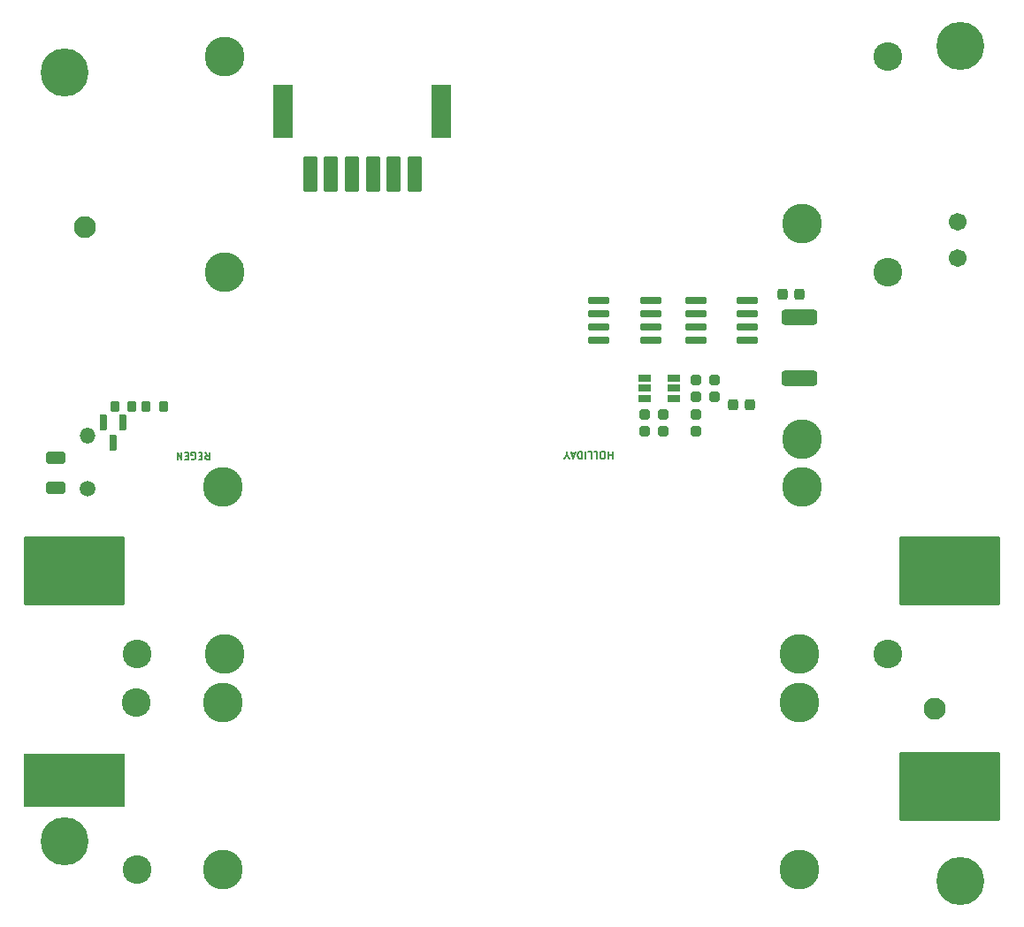
<source format=gts>
%TF.GenerationSoftware,KiCad,Pcbnew,(6.0.5)*%
%TF.CreationDate,2022-07-09T20:35:50-07:00*%
%TF.ProjectId,batteryboard,62617474-6572-4796-926f-6172642e6b69,1.C*%
%TF.SameCoordinates,Original*%
%TF.FileFunction,Soldermask,Top*%
%TF.FilePolarity,Negative*%
%FSLAX46Y46*%
G04 Gerber Fmt 4.6, Leading zero omitted, Abs format (unit mm)*
G04 Created by KiCad (PCBNEW (6.0.5)) date 2022-07-09 20:35:50*
%MOMM*%
%LPD*%
G01*
G04 APERTURE LIST*
G04 Aperture macros list*
%AMRoundRect*
0 Rectangle with rounded corners*
0 $1 Rounding radius*
0 $2 $3 $4 $5 $6 $7 $8 $9 X,Y pos of 4 corners*
0 Add a 4 corners polygon primitive as box body*
4,1,4,$2,$3,$4,$5,$6,$7,$8,$9,$2,$3,0*
0 Add four circle primitives for the rounded corners*
1,1,$1+$1,$2,$3*
1,1,$1+$1,$4,$5*
1,1,$1+$1,$6,$7*
1,1,$1+$1,$8,$9*
0 Add four rect primitives between the rounded corners*
20,1,$1+$1,$2,$3,$4,$5,0*
20,1,$1+$1,$4,$5,$6,$7,0*
20,1,$1+$1,$6,$7,$8,$9,0*
20,1,$1+$1,$8,$9,$2,$3,0*%
G04 Aperture macros list end*
%ADD10C,0.175000*%
%ADD11C,3.810000*%
%ADD12C,2.743200*%
%ADD13RoundRect,0.050800X4.733800X3.238500X-4.733800X3.238500X-4.733800X-3.238500X4.733800X-3.238500X0*%
%ADD14RoundRect,0.050800X4.733800X2.500000X-4.733800X2.500000X-4.733800X-2.500000X4.733800X-2.500000X0*%
%ADD15RoundRect,0.050800X0.500000X-0.300000X0.500000X0.300000X-0.500000X0.300000X-0.500000X-0.300000X0*%
%ADD16RoundRect,0.050800X-4.733800X-3.238500X4.733800X-3.238500X4.733800X3.238500X-4.733800X3.238500X0*%
%ADD17RoundRect,0.269550X-0.256250X0.218750X-0.256250X-0.218750X0.256250X-0.218750X0.256250X0.218750X0*%
%ADD18RoundRect,0.269550X0.218750X0.256250X-0.218750X0.256250X-0.218750X-0.256250X0.218750X-0.256250X0*%
%ADD19RoundRect,0.269550X0.256250X-0.218750X0.256250X0.218750X-0.256250X0.218750X-0.256250X-0.218750X0*%
%ADD20RoundRect,0.200800X-0.825000X-0.150000X0.825000X-0.150000X0.825000X0.150000X-0.825000X0.150000X0*%
%ADD21RoundRect,0.200800X0.825000X0.150000X-0.825000X0.150000X-0.825000X-0.150000X0.825000X-0.150000X0*%
%ADD22RoundRect,0.300800X1.425000X-0.425000X1.425000X0.425000X-1.425000X0.425000X-1.425000X-0.425000X0*%
%ADD23C,2.101600*%
%ADD24C,4.601600*%
%ADD25C,1.701800*%
%ADD26RoundRect,0.050800X0.622300X1.625600X-0.622300X1.625600X-0.622300X-1.625600X0.622300X-1.625600X0*%
%ADD27RoundRect,0.050800X-0.876300X-2.500000X0.876300X-2.500000X0.876300X2.500000X-0.876300X2.500000X0*%
%ADD28RoundRect,0.250800X0.200000X0.275000X-0.200000X0.275000X-0.200000X-0.275000X0.200000X-0.275000X0*%
%ADD29RoundRect,0.300800X-0.625000X0.312500X-0.625000X-0.312500X0.625000X-0.312500X0.625000X0.312500X0*%
%ADD30C,1.501600*%
%ADD31O,1.501600X1.501600*%
%ADD32RoundRect,0.200800X-0.150000X0.587500X-0.150000X-0.587500X0.150000X-0.587500X0.150000X0.587500X0*%
G04 APERTURE END LIST*
D10*
X110741020Y-97757813D02*
X110741020Y-98457813D01*
X110741020Y-98124480D02*
X110341020Y-98124480D01*
X110341020Y-97757813D02*
X110341020Y-98457813D01*
X109874353Y-98457813D02*
X109741020Y-98457813D01*
X109674353Y-98424480D01*
X109607686Y-98357813D01*
X109574353Y-98224480D01*
X109574353Y-97991146D01*
X109607686Y-97857813D01*
X109674353Y-97791146D01*
X109741020Y-97757813D01*
X109874353Y-97757813D01*
X109941020Y-97791146D01*
X110007686Y-97857813D01*
X110041020Y-97991146D01*
X110041020Y-98224480D01*
X110007686Y-98357813D01*
X109941020Y-98424480D01*
X109874353Y-98457813D01*
X108941020Y-97757813D02*
X109274353Y-97757813D01*
X109274353Y-98457813D01*
X108374353Y-97757813D02*
X108707686Y-97757813D01*
X108707686Y-98457813D01*
X108141020Y-97757813D02*
X108141020Y-98457813D01*
X107807686Y-97757813D02*
X107807686Y-98457813D01*
X107641020Y-98457813D01*
X107541020Y-98424480D01*
X107474353Y-98357813D01*
X107441020Y-98291146D01*
X107407686Y-98157813D01*
X107407686Y-98057813D01*
X107441020Y-97924480D01*
X107474353Y-97857813D01*
X107541020Y-97791146D01*
X107641020Y-97757813D01*
X107807686Y-97757813D01*
X107141020Y-97957813D02*
X106807686Y-97957813D01*
X107207686Y-97757813D02*
X106974353Y-98457813D01*
X106741020Y-97757813D01*
X106374353Y-98091146D02*
X106374353Y-97757813D01*
X106607686Y-98457813D02*
X106374353Y-98091146D01*
X106141020Y-98457813D01*
X71732633Y-97816233D02*
X71965966Y-98149566D01*
X72132633Y-97816233D02*
X72132633Y-98516233D01*
X71865966Y-98516233D01*
X71799300Y-98482900D01*
X71765966Y-98449566D01*
X71732633Y-98382900D01*
X71732633Y-98282900D01*
X71765966Y-98216233D01*
X71799300Y-98182900D01*
X71865966Y-98149566D01*
X72132633Y-98149566D01*
X71432633Y-98182900D02*
X71199300Y-98182900D01*
X71099300Y-97816233D02*
X71432633Y-97816233D01*
X71432633Y-98516233D01*
X71099300Y-98516233D01*
X70432633Y-98482900D02*
X70499300Y-98516233D01*
X70599300Y-98516233D01*
X70699300Y-98482900D01*
X70765966Y-98416233D01*
X70799300Y-98349566D01*
X70832633Y-98216233D01*
X70832633Y-98116233D01*
X70799300Y-97982900D01*
X70765966Y-97916233D01*
X70699300Y-97849566D01*
X70599300Y-97816233D01*
X70532633Y-97816233D01*
X70432633Y-97849566D01*
X70399300Y-97882900D01*
X70399300Y-98116233D01*
X70532633Y-98116233D01*
X70099300Y-98182900D02*
X69865966Y-98182900D01*
X69765966Y-97816233D02*
X70099300Y-97816233D01*
X70099300Y-98516233D01*
X69765966Y-98516233D01*
X69465966Y-97816233D02*
X69465966Y-98516233D01*
X69065966Y-97816233D01*
X69065966Y-98516233D01*
D11*
X73393300Y-137845800D03*
X128638300Y-121843800D03*
D12*
X65163700Y-121843800D03*
D13*
X143027400Y-129844800D03*
D14*
X59207400Y-129244800D03*
D15*
X113789000Y-90744000D03*
X113789000Y-91694000D03*
X113789000Y-92644000D03*
X116589000Y-92644000D03*
X116589000Y-91694000D03*
X116589000Y-90744000D03*
D11*
X73621900Y-117195600D03*
D12*
X137096500Y-117195600D03*
D11*
X128866900Y-101193600D03*
D16*
X59232800Y-109194600D03*
X143052800Y-109194600D03*
D17*
X120523000Y-90906500D03*
X120523000Y-92481500D03*
X118745000Y-90906500D03*
X118745000Y-92481500D03*
X115570000Y-94208500D03*
X115570000Y-95783500D03*
D18*
X128613000Y-82677000D03*
X127038000Y-82677000D03*
X123850500Y-93281500D03*
X122275500Y-93281500D03*
D19*
X118745000Y-95783500D03*
X118745000Y-94208500D03*
D20*
X109412000Y-83312000D03*
X109412000Y-84582000D03*
X109412000Y-85852000D03*
X109412000Y-87122000D03*
X114362000Y-87122000D03*
X114362000Y-85852000D03*
X114362000Y-84582000D03*
X114362000Y-83312000D03*
D21*
X123633000Y-87122000D03*
X123633000Y-85852000D03*
X123633000Y-84582000D03*
X123633000Y-83312000D03*
X118683000Y-83312000D03*
X118683000Y-84582000D03*
X118683000Y-85852000D03*
X118683000Y-87122000D03*
D17*
X113792000Y-94208500D03*
X113792000Y-95783500D03*
D22*
X128587500Y-90720500D03*
X128587500Y-84920500D03*
D23*
X141592300Y-122389900D03*
X60185300Y-76288900D03*
D24*
X144010300Y-138899900D03*
X58280300Y-61429900D03*
X58280300Y-135089900D03*
X144010300Y-58889900D03*
D25*
X143764000Y-79248001D03*
X143764000Y-75747998D03*
D26*
X81776301Y-71208900D03*
X83776302Y-71208900D03*
X85776300Y-71208900D03*
X87776302Y-71208900D03*
X89776300Y-71208900D03*
X91776301Y-71208900D03*
D27*
X94326301Y-65139900D03*
X79156301Y-65139900D03*
D28*
X64705300Y-93429900D03*
X63055300Y-93429900D03*
D29*
X57391300Y-98321400D03*
X57391300Y-101246400D03*
D30*
X60439300Y-101307900D03*
D31*
X60439300Y-96227900D03*
D28*
X67741300Y-93433900D03*
X66091300Y-93433900D03*
D32*
X63880300Y-95012400D03*
X61980300Y-95012400D03*
X62930300Y-96887400D03*
D12*
X137071100Y-80568800D03*
D11*
X73596500Y-80568800D03*
X128841500Y-96570800D03*
D12*
X65189100Y-137845800D03*
D11*
X128663700Y-137845800D03*
X73418700Y-121843800D03*
X73418700Y-101193600D03*
D12*
X65189100Y-117195600D03*
D11*
X128663700Y-117195600D03*
X73596500Y-59918600D03*
X128841500Y-75920600D03*
D12*
X137071100Y-59918600D03*
M02*

</source>
